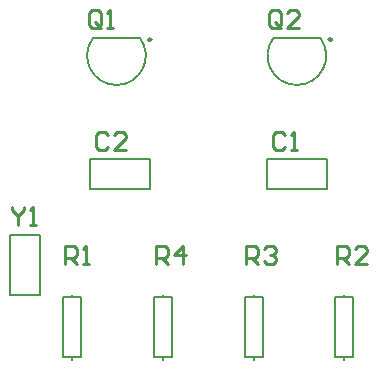
<source format=gto>
G04 Layer_Color=65535*
%FSLAX25Y25*%
%MOIN*%
G70*
G01*
G75*
%ADD11C,0.00984*%
%ADD18C,0.00787*%
%ADD19C,0.01000*%
D11*
X141555Y154921D02*
G03*
X141555Y154921I-492J0D01*
G01*
X81437D02*
G03*
X81437Y154921I-492J0D01*
G01*
D18*
X122126Y155512D02*
G03*
X137716Y155512I7795J-5906D01*
G01*
X62008D02*
G03*
X77598Y155512I7795J-5906D01*
G01*
X145669Y49055D02*
X148669D01*
Y69055D01*
X142669D02*
X148669D01*
X142669Y49055D02*
Y69055D01*
Y49055D02*
X145669D01*
Y69055D02*
Y69955D01*
Y48155D02*
Y49055D01*
X85302D02*
X88302D01*
Y69055D01*
X82302D02*
X88302D01*
X82302Y49055D02*
Y69055D01*
Y49055D02*
X85302D01*
Y69055D02*
Y69955D01*
Y48155D02*
Y49055D01*
X115486D02*
X118486D01*
Y69055D01*
X112486D02*
X118486D01*
X112486Y49055D02*
Y69055D01*
Y49055D02*
X115486D01*
Y69055D02*
Y69955D01*
Y48155D02*
Y49055D01*
X55118D02*
X58118D01*
Y69055D01*
X52118D02*
X58118D01*
X52118Y49055D02*
Y69055D01*
Y49055D02*
X55118D01*
Y69055D02*
Y69955D01*
Y48155D02*
Y49055D01*
X34370Y89803D02*
X44370D01*
Y69803D02*
Y89803D01*
X34370Y69803D02*
X44370D01*
X34370D02*
Y89803D01*
X122126Y155512D02*
X137717D01*
X62008D02*
X77598D01*
X80866Y105236D02*
Y115236D01*
X60866Y105236D02*
X80866D01*
X60866D02*
Y115236D01*
X80866D01*
X139921Y105236D02*
Y115236D01*
X119921Y105236D02*
X139921D01*
X119921D02*
Y115236D01*
X139921D01*
D19*
X35020Y99151D02*
Y98151D01*
X37019Y96152D01*
X39019Y98151D01*
Y99151D01*
X37019Y96152D02*
Y93153D01*
X41018D02*
X43018D01*
X42018D01*
Y99151D01*
X41018Y98151D01*
X82889Y80171D02*
Y86169D01*
X85888D01*
X86888Y85169D01*
Y83170D01*
X85888Y82170D01*
X82889D01*
X84889D02*
X86888Y80171D01*
X91886D02*
Y86169D01*
X88887Y83170D01*
X92886D01*
X113140Y80171D02*
Y86169D01*
X116139D01*
X117139Y85169D01*
Y83170D01*
X116139Y82170D01*
X113140D01*
X115139D02*
X117139Y80171D01*
X119138Y85169D02*
X120138Y86169D01*
X122137D01*
X123137Y85169D01*
Y84170D01*
X122137Y83170D01*
X121137D01*
X122137D01*
X123137Y82170D01*
Y81171D01*
X122137Y80171D01*
X120138D01*
X119138Y81171D01*
X143265Y80171D02*
Y86169D01*
X146264D01*
X147263Y85169D01*
Y83170D01*
X146264Y82170D01*
X143265D01*
X145264D02*
X147263Y80171D01*
X153261D02*
X149263D01*
X153261Y84170D01*
Y85169D01*
X152262Y86169D01*
X150262D01*
X149263Y85169D01*
X52728Y80171D02*
Y86169D01*
X55727D01*
X56726Y85169D01*
Y83170D01*
X55727Y82170D01*
X52728D01*
X54727D02*
X56726Y80171D01*
X58726D02*
X60725D01*
X59725D01*
Y86169D01*
X58726Y85169D01*
X124763Y159923D02*
Y163921D01*
X123764Y164921D01*
X121764D01*
X120765Y163921D01*
Y159923D01*
X121764Y158923D01*
X123764D01*
X122764Y160922D02*
X124763Y158923D01*
X123764D02*
X124763Y159923D01*
X130761Y158923D02*
X126763D01*
X130761Y162922D01*
Y163921D01*
X129762Y164921D01*
X127762D01*
X126763Y163921D01*
X64678Y159871D02*
Y163869D01*
X63679Y164869D01*
X61679D01*
X60680Y163869D01*
Y159871D01*
X61679Y158871D01*
X63679D01*
X62679Y160870D02*
X64678Y158871D01*
X63679D02*
X64678Y159871D01*
X66678Y158871D02*
X68677D01*
X67677D01*
Y164869D01*
X66678Y163869D01*
X66991Y123109D02*
X65991Y124108D01*
X63992D01*
X62992Y123109D01*
Y119110D01*
X63992Y118110D01*
X65991D01*
X66991Y119110D01*
X72989Y118110D02*
X68990D01*
X72989Y122109D01*
Y123109D01*
X71989Y124108D01*
X69990D01*
X68990Y123109D01*
X126046D02*
X125046Y124108D01*
X123047D01*
X122047Y123109D01*
Y119110D01*
X123047Y118110D01*
X125046D01*
X126046Y119110D01*
X128045Y118110D02*
X130045D01*
X129045D01*
Y124108D01*
X128045Y123109D01*
M02*

</source>
